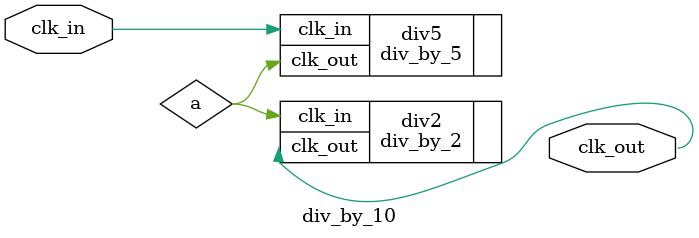
<source format=v>
`timescale 10ns/1ps

module div_by_10(
	input clk_in,
	output clk_out
	);
	wire a;
	div_by_5 div5(.clk_in(clk_in), .clk_out(a));
	div_by_2 div2(.clk_in(a), .clk_out(clk_out));
endmodule
</source>
